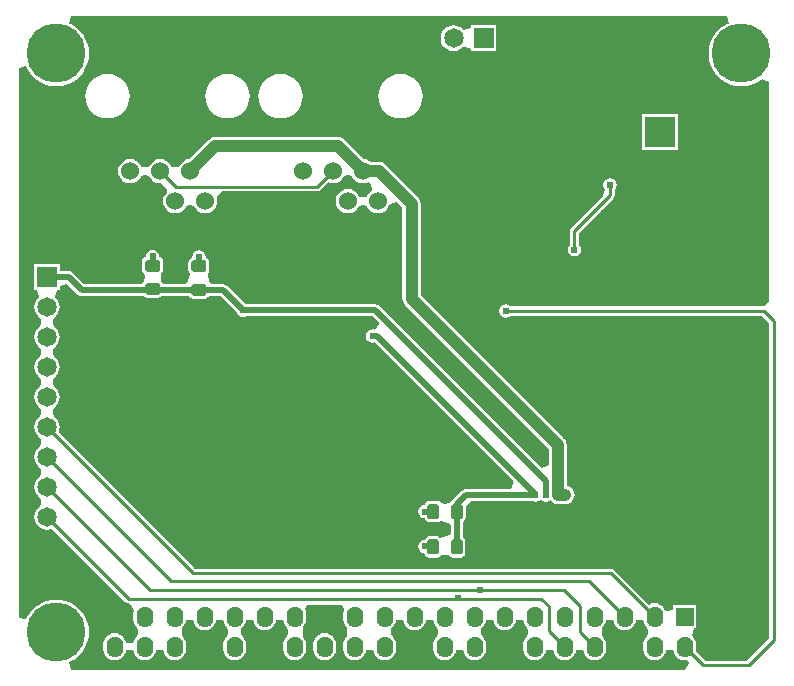
<source format=gbl>
G04*
G04 #@! TF.GenerationSoftware,Altium Limited,Altium Designer,18.0.7 (293)*
G04*
G04 Layer_Physical_Order=2*
G04 Layer_Color=16711680*
%FSLAX25Y25*%
%MOIN*%
G70*
G01*
G75*
%ADD12C,0.01000*%
G04:AMPARAMS|DCode=49|XSize=50mil|YSize=37.4mil|CornerRadius=5.61mil|HoleSize=0mil|Usage=FLASHONLY|Rotation=0.000|XOffset=0mil|YOffset=0mil|HoleType=Round|Shape=RoundedRectangle|*
%AMROUNDEDRECTD49*
21,1,0.05000,0.02618,0,0,0.0*
21,1,0.03878,0.03740,0,0,0.0*
1,1,0.01122,0.01939,-0.01309*
1,1,0.01122,-0.01939,-0.01309*
1,1,0.01122,-0.01939,0.01309*
1,1,0.01122,0.01939,0.01309*
%
%ADD49ROUNDEDRECTD49*%
G04:AMPARAMS|DCode=54|XSize=50mil|YSize=37.4mil|CornerRadius=5.61mil|HoleSize=0mil|Usage=FLASHONLY|Rotation=270.000|XOffset=0mil|YOffset=0mil|HoleType=Round|Shape=RoundedRectangle|*
%AMROUNDEDRECTD54*
21,1,0.05000,0.02618,0,0,270.0*
21,1,0.03878,0.03740,0,0,270.0*
1,1,0.01122,-0.01309,-0.01939*
1,1,0.01122,-0.01309,0.01939*
1,1,0.01122,0.01309,0.01939*
1,1,0.01122,0.01309,-0.01939*
%
%ADD54ROUNDEDRECTD54*%
%ADD69C,0.02000*%
%ADD70C,0.04000*%
%ADD71C,0.19685*%
%ADD72R,0.12205X0.09449*%
%ADD73C,0.06500*%
%ADD74R,0.06500X0.06500*%
%ADD75O,0.05500X0.07000*%
%ADD76R,0.05906X0.05906*%
%ADD77R,0.10000X0.10000*%
%ADD78C,0.06000*%
%ADD79R,0.06500X0.06500*%
%ADD80C,0.02400*%
%ADD81C,0.05000*%
G36*
X339062Y317875D02*
X338409Y317604D01*
X336954Y316712D01*
X335656Y315604D01*
X334547Y314306D01*
X333656Y312851D01*
X333003Y311274D01*
X332604Y309615D01*
X332470Y307913D01*
X332604Y306212D01*
X333003Y304553D01*
X333656Y302976D01*
X334547Y301521D01*
X335656Y300223D01*
X336954Y299114D01*
X338409Y298223D01*
X339986Y297570D01*
X341645Y297171D01*
X343347Y297037D01*
X345048Y297171D01*
X346707Y297570D01*
X348284Y298223D01*
X349739Y299114D01*
X350200Y299508D01*
X352700Y298399D01*
Y225597D01*
X352524Y225280D01*
X350937Y223592D01*
X266461D01*
X266423Y223649D01*
X265695Y224135D01*
X264837Y224306D01*
X263979Y224135D01*
X263251Y223649D01*
X262765Y222921D01*
X262594Y222063D01*
X262765Y221205D01*
X263251Y220477D01*
X263979Y219991D01*
X264837Y219820D01*
X265695Y219991D01*
X266423Y220477D01*
X266461Y220534D01*
X350304D01*
X352671Y218166D01*
Y113033D01*
X345166Y105529D01*
X331234D01*
X328081Y108682D01*
X328182Y109450D01*
Y110950D01*
X328053Y111929D01*
X327676Y112841D01*
X327075Y113625D01*
X326915Y113747D01*
X327670Y116247D01*
X328353D01*
Y124153D01*
X320447D01*
Y122402D01*
X318054Y121929D01*
X317676Y122841D01*
X317074Y123625D01*
X316291Y124226D01*
X315379Y124603D01*
X314400Y124732D01*
X313421Y124603D01*
X312529Y124234D01*
X300981Y135781D01*
X300485Y136113D01*
X299900Y136229D01*
X161233D01*
X115786Y181677D01*
X116041Y182290D01*
X116187Y183400D01*
X116041Y184510D01*
X115612Y185543D01*
X114931Y186431D01*
X114154Y187028D01*
X114043Y187768D01*
Y189032D01*
X114154Y189772D01*
X114931Y190369D01*
X115612Y191257D01*
X116041Y192290D01*
X116187Y193400D01*
X116041Y194509D01*
X115612Y195543D01*
X114931Y196431D01*
X114154Y197028D01*
X114043Y197768D01*
Y199031D01*
X114154Y199773D01*
X114931Y200369D01*
X115612Y201257D01*
X116041Y202291D01*
X116187Y203400D01*
X116041Y204509D01*
X115612Y205543D01*
X114931Y206431D01*
X114154Y207028D01*
X114043Y207769D01*
Y209032D01*
X114154Y209772D01*
X114931Y210369D01*
X115612Y211257D01*
X116041Y212291D01*
X116187Y213400D01*
X116041Y214510D01*
X115612Y215543D01*
X114931Y216431D01*
X114154Y217027D01*
X114043Y217769D01*
Y219032D01*
X114154Y219773D01*
X114931Y220369D01*
X115612Y221257D01*
X116041Y222290D01*
X116187Y223400D01*
X116041Y224510D01*
X115612Y225543D01*
X114931Y226431D01*
X114646Y226650D01*
X115363Y229150D01*
X116150D01*
Y230408D01*
X118650Y230966D01*
X122058Y227558D01*
X122720Y227116D01*
X123500Y226961D01*
X144014D01*
X144035Y226928D01*
X144552Y226583D01*
X145161Y226462D01*
X149039D01*
X149648Y226583D01*
X150164Y226928D01*
X150186Y226961D01*
X159213D01*
X159436Y226628D01*
X159952Y226284D01*
X160561Y226162D01*
X164439D01*
X165048Y226284D01*
X165564Y226628D01*
X165787Y226961D01*
X169755D01*
X175216Y221500D01*
X175228Y221442D01*
X175710Y220720D01*
X175714Y220714D01*
X175714Y220714D01*
X176442Y220228D01*
X177300Y220057D01*
X178158Y220228D01*
X178158Y220228D01*
X178208Y220261D01*
X220455D01*
X222534Y218182D01*
X222469Y217885D01*
X221258Y215772D01*
X221258Y215772D01*
X220408Y215942D01*
X220400Y215943D01*
X220400Y215943D01*
X219549Y215774D01*
X219542Y215772D01*
X219542Y215772D01*
X218814Y215286D01*
X218814Y215286D01*
X218810Y215281D01*
X218328Y214558D01*
X218328Y214558D01*
X218326Y214552D01*
X218158Y213707D01*
X218157Y213700D01*
Y213700D01*
X218157Y213700D01*
X218158Y213692D01*
X218328Y212842D01*
X218814Y212114D01*
X219542Y211628D01*
X219542Y211628D01*
X219549Y211626D01*
X220400Y211457D01*
X221200Y211616D01*
X267667Y165149D01*
X266711Y162839D01*
X251500D01*
X250720Y162684D01*
X250058Y162242D01*
X247101Y159285D01*
X246659Y158624D01*
X246658Y158617D01*
X246619Y158609D01*
X246102Y158264D01*
X245938Y158018D01*
X244600Y157873D01*
X243262Y158018D01*
X243097Y158264D01*
X242581Y158609D01*
X241972Y158731D01*
X239354D01*
X238745Y158609D01*
X238229Y158264D01*
X237883Y157748D01*
X237820Y157427D01*
X237049Y157274D01*
X237042Y157272D01*
X237041Y157272D01*
X236320Y156790D01*
X236314Y156786D01*
X236314Y156786D01*
X235832Y156065D01*
X235828Y156058D01*
X235828Y156058D01*
X235658Y155208D01*
X235657Y155200D01*
X235658Y155194D01*
X235828Y154342D01*
X235828Y154342D01*
X235831Y154336D01*
X236314Y153614D01*
X236314Y153614D01*
X236319Y153610D01*
X237041Y153128D01*
X237042Y153128D01*
X237048Y153126D01*
X237820Y152973D01*
X237883Y152652D01*
X238229Y152136D01*
X238745Y151791D01*
X239354Y151669D01*
X241972D01*
X242581Y151791D01*
X243097Y152136D01*
X245450Y151542D01*
X246398Y150877D01*
Y147668D01*
X245371Y146955D01*
X242998Y146464D01*
X242481Y146809D01*
X241872Y146931D01*
X239254D01*
X238645Y146809D01*
X238128Y146464D01*
X237784Y145948D01*
X237757Y145815D01*
X237049Y145674D01*
X237042Y145672D01*
X237041Y145672D01*
X236320Y145190D01*
X236314Y145186D01*
X236314Y145186D01*
X235832Y144465D01*
X235828Y144458D01*
X235828Y144458D01*
X235657Y143600D01*
X235657Y143600D01*
X235658Y143595D01*
X235828Y142742D01*
X235828Y142742D01*
X235831Y142736D01*
X236314Y142014D01*
X236314Y142014D01*
X236320Y142010D01*
X237042Y141528D01*
X237674Y141402D01*
X237784Y140852D01*
X238128Y140336D01*
X238645Y139991D01*
X239254Y139869D01*
X241872D01*
X242481Y139991D01*
X242998Y140336D01*
X243162Y140582D01*
X244500Y140727D01*
X245838Y140582D01*
X246003Y140336D01*
X246519Y139991D01*
X247128Y139869D01*
X249746D01*
X250355Y139991D01*
X250871Y140336D01*
X251217Y140852D01*
X251338Y141461D01*
Y145339D01*
X251217Y145948D01*
X250871Y146464D01*
X250476Y146729D01*
Y151805D01*
X250972Y152136D01*
X251316Y152652D01*
X251438Y153261D01*
Y157139D01*
X253412Y158761D01*
X273792D01*
X273835Y158732D01*
X273842Y158728D01*
X273842Y158728D01*
X274700Y158557D01*
X275558Y158728D01*
X276450Y159138D01*
X277342Y158728D01*
X278200Y158557D01*
X279058Y158728D01*
X279058Y158728D01*
X279065Y158732D01*
X279687Y159147D01*
X280060Y158660D01*
X280687Y158179D01*
X281417Y157877D01*
X282200Y157774D01*
X284700D01*
X285483Y157877D01*
X286213Y158179D01*
X286840Y158660D01*
X287320Y159287D01*
X287623Y160017D01*
X287726Y160800D01*
X287623Y161583D01*
X287320Y162313D01*
X286840Y162940D01*
X286213Y163420D01*
X285483Y163723D01*
X285126Y163770D01*
Y177400D01*
X285023Y178183D01*
X284720Y178913D01*
X284240Y179540D01*
X236426Y227353D01*
Y257900D01*
X236323Y258683D01*
X236020Y259413D01*
X235540Y260040D01*
X224747Y270832D01*
X224120Y271313D01*
X223390Y271616D01*
X222607Y271719D01*
X219830D01*
X219220Y272187D01*
X218247Y272590D01*
X217485Y272690D01*
X211036Y279140D01*
X210409Y279621D01*
X209679Y279923D01*
X208896Y280026D01*
X167910D01*
X167127Y279923D01*
X166397Y279621D01*
X165771Y279140D01*
X159321Y272690D01*
X158559Y272590D01*
X157586Y272187D01*
X156750Y271546D01*
X156109Y270710D01*
X155899Y270202D01*
X154793Y269988D01*
X154414D01*
X153308Y270202D01*
X153097Y270710D01*
X152456Y271546D01*
X151620Y272187D01*
X150647Y272590D01*
X149603Y272727D01*
X148559Y272590D01*
X147586Y272187D01*
X146750Y271546D01*
X146109Y270710D01*
X145899Y270202D01*
X144793Y269988D01*
X144414D01*
X143308Y270202D01*
X143097Y270710D01*
X142456Y271546D01*
X141620Y272187D01*
X140647Y272590D01*
X139603Y272727D01*
X138559Y272590D01*
X137586Y272187D01*
X136750Y271546D01*
X136109Y270710D01*
X135706Y269737D01*
X135569Y268693D01*
X135706Y267649D01*
X136109Y266676D01*
X136750Y265840D01*
X137586Y265199D01*
X138559Y264796D01*
X139603Y264658D01*
X140647Y264796D01*
X141620Y265199D01*
X142456Y265840D01*
X143097Y266676D01*
X143308Y267184D01*
X144414Y267398D01*
X144793D01*
X145899Y267184D01*
X146109Y266676D01*
X146750Y265840D01*
X147586Y265199D01*
X148559Y264796D01*
X149603Y264658D01*
X151564Y262943D01*
X151758Y262550D01*
X151750Y261546D01*
X151109Y260710D01*
X150706Y259737D01*
X150569Y258693D01*
X150706Y257649D01*
X151109Y256676D01*
X151750Y255840D01*
X152586Y255199D01*
X153559Y254796D01*
X154603Y254658D01*
X155647Y254796D01*
X156620Y255199D01*
X157456Y255840D01*
X158097Y256676D01*
X158308Y257184D01*
X159414Y257398D01*
X159793D01*
X160899Y257184D01*
X161109Y256676D01*
X161750Y255840D01*
X162586Y255199D01*
X163559Y254796D01*
X164603Y254658D01*
X165647Y254796D01*
X166620Y255199D01*
X167456Y255840D01*
X168097Y256676D01*
X168500Y257649D01*
X168638Y258693D01*
X168535Y259471D01*
X168636Y259927D01*
X170066Y261918D01*
X170151Y261971D01*
X202010D01*
X202595Y262087D01*
X203092Y262419D01*
X205671Y264998D01*
X206159Y264796D01*
X207203Y264658D01*
X208247Y264796D01*
X209220Y265199D01*
X210056Y265840D01*
X210697Y266676D01*
X210905Y267177D01*
X210924Y267187D01*
X212014Y267398D01*
X212393D01*
X213499Y267184D01*
X213709Y266676D01*
X214350Y265840D01*
X215186Y265199D01*
X216159Y264796D01*
X217203Y264658D01*
X218247Y264796D01*
X219220Y265199D01*
X220007Y264525D01*
X220219Y262417D01*
X220186Y262187D01*
X219350Y261546D01*
X218709Y260710D01*
X218499Y260202D01*
X217393Y259988D01*
X217014D01*
X215908Y260202D01*
X215697Y260710D01*
X215056Y261546D01*
X214220Y262187D01*
X213247Y262590D01*
X212203Y262727D01*
X211159Y262590D01*
X210186Y262187D01*
X209350Y261546D01*
X208709Y260710D01*
X208306Y259737D01*
X208169Y258693D01*
X208306Y257649D01*
X208709Y256676D01*
X209350Y255840D01*
X210186Y255199D01*
X211159Y254796D01*
X212203Y254658D01*
X213247Y254796D01*
X214220Y255199D01*
X215056Y255840D01*
X215697Y256676D01*
X215908Y257184D01*
X217014Y257398D01*
X217393D01*
X218499Y257184D01*
X218709Y256676D01*
X219350Y255840D01*
X220186Y255199D01*
X221159Y254796D01*
X222203Y254658D01*
X223247Y254796D01*
X224220Y255199D01*
X225056Y255840D01*
X225697Y256676D01*
X226100Y257649D01*
X228709Y258312D01*
X230374Y256647D01*
Y226100D01*
X230477Y225317D01*
X230780Y224587D01*
X231260Y223960D01*
X279074Y176147D01*
Y170676D01*
X276764Y169719D01*
X222742Y223742D01*
X222080Y224184D01*
X221300Y224339D01*
X178208D01*
X178158Y224372D01*
X178100Y224384D01*
X172042Y230442D01*
X171380Y230884D01*
X170600Y231039D01*
X166695D01*
X165974Y232113D01*
X165564Y234503D01*
X165909Y235019D01*
X166031Y235628D01*
Y238246D01*
X165909Y238855D01*
X165564Y239371D01*
X165048Y239717D01*
X164915Y239743D01*
X164743Y240000D01*
X164572Y240858D01*
X164086Y241586D01*
X163358Y242072D01*
X162500Y242243D01*
X161642Y242072D01*
X160914Y241586D01*
X160428Y240858D01*
X160257Y240000D01*
X160085Y239743D01*
X159952Y239717D01*
X159436Y239371D01*
X159091Y238855D01*
X158969Y238246D01*
Y235628D01*
X159091Y235019D01*
X159436Y234503D01*
X159026Y232113D01*
X158305Y231039D01*
X150557D01*
X150509Y231281D01*
X150164Y231797D01*
X149918Y231962D01*
X149773Y233300D01*
X149918Y234637D01*
X150164Y234802D01*
X150509Y235319D01*
X150630Y235928D01*
Y238546D01*
X150509Y239155D01*
X150164Y239671D01*
X149648Y240016D01*
X149514Y240043D01*
X149343Y240300D01*
X149172Y241158D01*
X148686Y241886D01*
X147958Y242372D01*
X147100Y242543D01*
X146241Y242372D01*
X145514Y241886D01*
X145027Y241158D01*
X144857Y240300D01*
X144685Y240043D01*
X144552Y240016D01*
X144035Y239671D01*
X143690Y239155D01*
X143569Y238546D01*
Y235928D01*
X143690Y235319D01*
X144035Y234802D01*
X144282Y234637D01*
X144426Y233300D01*
X144282Y231962D01*
X144035Y231797D01*
X143690Y231281D01*
X143642Y231039D01*
X124345D01*
X120542Y234842D01*
X119880Y235284D01*
X119100Y235439D01*
X116150D01*
Y237650D01*
X107650D01*
Y229150D01*
X108437D01*
X109154Y226650D01*
X108869Y226431D01*
X108188Y225543D01*
X107759Y224510D01*
X107613Y223400D01*
X107759Y222290D01*
X108188Y221257D01*
X108869Y220369D01*
X109646Y219773D01*
X109757Y219032D01*
Y217769D01*
X109646Y217027D01*
X108869Y216431D01*
X108188Y215543D01*
X107759Y214510D01*
X107613Y213400D01*
X107759Y212291D01*
X108188Y211257D01*
X108869Y210369D01*
X109646Y209772D01*
X109757Y209032D01*
Y207769D01*
X109646Y207028D01*
X108869Y206431D01*
X108188Y205543D01*
X107759Y204509D01*
X107613Y203400D01*
X107759Y202291D01*
X108188Y201257D01*
X108869Y200369D01*
X109646Y199773D01*
X109757Y199031D01*
Y197768D01*
X109646Y197028D01*
X108869Y196431D01*
X108188Y195543D01*
X107759Y194509D01*
X107613Y193400D01*
X107759Y192290D01*
X108188Y191257D01*
X108869Y190369D01*
X109646Y189772D01*
X109757Y189032D01*
Y187768D01*
X109646Y187028D01*
X108869Y186431D01*
X108188Y185543D01*
X107759Y184510D01*
X107613Y183400D01*
X107759Y182290D01*
X108188Y181257D01*
X108869Y180369D01*
X109646Y179772D01*
X109757Y179032D01*
Y177769D01*
X109646Y177027D01*
X108869Y176431D01*
X108188Y175543D01*
X107759Y174510D01*
X107613Y173400D01*
X107759Y172291D01*
X108188Y171257D01*
X108869Y170369D01*
X109646Y169773D01*
X109757Y169032D01*
Y167769D01*
X109646Y167027D01*
X108869Y166431D01*
X108188Y165543D01*
X107759Y164509D01*
X107613Y163400D01*
X107759Y162291D01*
X108188Y161257D01*
X108869Y160369D01*
X109646Y159773D01*
X109757Y159031D01*
Y157768D01*
X109646Y157027D01*
X108869Y156431D01*
X108188Y155543D01*
X107759Y154509D01*
X107613Y153400D01*
X107759Y152290D01*
X108188Y151257D01*
X108869Y150369D01*
X109757Y149688D01*
X110791Y149259D01*
X111900Y149113D01*
X113010Y149259D01*
X113623Y149514D01*
X138019Y125119D01*
X138515Y124787D01*
X139100Y124671D01*
X139377D01*
X139980Y124039D01*
X140847Y122171D01*
X140746Y121929D01*
X140618Y120950D01*
Y119450D01*
X140746Y118471D01*
X141124Y117559D01*
X141726Y116776D01*
X141868Y116666D01*
X142081Y115853D01*
Y114547D01*
X141868Y113734D01*
X141726Y113625D01*
X141124Y112841D01*
X140746Y111929D01*
X140661Y111278D01*
X138139D01*
X138054Y111929D01*
X137676Y112841D01*
X137074Y113625D01*
X136291Y114226D01*
X135379Y114603D01*
X134400Y114732D01*
X133421Y114603D01*
X132509Y114226D01*
X131726Y113625D01*
X131124Y112841D01*
X130746Y111929D01*
X130618Y110950D01*
Y109450D01*
X130746Y108471D01*
X131124Y107559D01*
X131726Y106775D01*
X132509Y106174D01*
X133421Y105797D01*
X134400Y105668D01*
X135379Y105797D01*
X136291Y106174D01*
X137074Y106775D01*
X137676Y107559D01*
X138054Y108471D01*
X138139Y109122D01*
X140661D01*
X140746Y108471D01*
X141124Y107559D01*
X141726Y106775D01*
X142509Y106174D01*
X143421Y105797D01*
X144400Y105668D01*
X145379Y105797D01*
X146291Y106174D01*
X147074Y106775D01*
X147676Y107559D01*
X148054Y108471D01*
X148139Y109122D01*
X150661D01*
X150747Y108471D01*
X151124Y107559D01*
X151725Y106775D01*
X152509Y106174D01*
X153421Y105797D01*
X154400Y105668D01*
X155379Y105797D01*
X156291Y106174D01*
X157074Y106775D01*
X157676Y107559D01*
X158054Y108471D01*
X158182Y109450D01*
Y110950D01*
X158054Y111929D01*
X157676Y112841D01*
X157074Y113625D01*
X156932Y113734D01*
X156719Y114547D01*
Y115853D01*
X156932Y116666D01*
X157074Y116776D01*
X157676Y117559D01*
X158054Y118471D01*
X158139Y119122D01*
X160661D01*
X160747Y118471D01*
X161124Y117559D01*
X161725Y116776D01*
X162509Y116174D01*
X163421Y115796D01*
X164400Y115668D01*
X165379Y115796D01*
X166291Y116174D01*
X167075Y116776D01*
X167676Y117559D01*
X168053Y118471D01*
X168139Y119122D01*
X170661D01*
X170747Y118471D01*
X171124Y117559D01*
X171725Y116776D01*
X171868Y116666D01*
X172081Y115853D01*
Y114547D01*
X171868Y113734D01*
X171725Y113625D01*
X171124Y112841D01*
X170747Y111929D01*
X170618Y110950D01*
Y109450D01*
X170747Y108471D01*
X171124Y107559D01*
X171725Y106775D01*
X172509Y106174D01*
X173421Y105797D01*
X174400Y105668D01*
X175379Y105797D01*
X176291Y106174D01*
X177075Y106775D01*
X177676Y107559D01*
X178053Y108471D01*
X178182Y109450D01*
Y110950D01*
X178053Y111929D01*
X177676Y112841D01*
X177075Y113625D01*
X176932Y113734D01*
X176718Y114547D01*
Y115853D01*
X176932Y116666D01*
X177075Y116776D01*
X177676Y117559D01*
X178053Y118471D01*
X178139Y119122D01*
X180661D01*
X180746Y118471D01*
X181124Y117559D01*
X181726Y116776D01*
X182509Y116174D01*
X183421Y115796D01*
X184400Y115668D01*
X185379Y115796D01*
X186291Y116174D01*
X187074Y116776D01*
X187676Y117559D01*
X188054Y118471D01*
X188139Y119122D01*
X190661D01*
X190746Y118471D01*
X191124Y117559D01*
X191726Y116776D01*
X191868Y116666D01*
X192081Y115853D01*
Y114547D01*
X191868Y113734D01*
X191726Y113625D01*
X191124Y112841D01*
X190746Y111929D01*
X190618Y110950D01*
Y109450D01*
X190746Y108471D01*
X191124Y107559D01*
X191726Y106775D01*
X192509Y106174D01*
X193421Y105797D01*
X194400Y105668D01*
X195379Y105797D01*
X196291Y106174D01*
X197074Y106775D01*
X197676Y107559D01*
X198054Y108471D01*
X198139Y109122D01*
D01*
X198182Y109450D01*
Y110950D01*
X198054Y111929D01*
X197676Y112841D01*
X197100Y113591D01*
Y116809D01*
X197676Y117559D01*
X198054Y118471D01*
X198182Y119450D01*
Y120950D01*
X198054Y121929D01*
X197775Y122600D01*
X198108Y123430D01*
X198600Y124100D01*
X210200D01*
X210692Y123430D01*
X211024Y122600D01*
X210747Y121929D01*
X210618Y120950D01*
Y119450D01*
X210747Y118471D01*
X211124Y117559D01*
X211725Y116776D01*
X211900Y116642D01*
Y113758D01*
X211725Y113625D01*
X211124Y112841D01*
X210747Y111929D01*
X210618Y110950D01*
Y109450D01*
X210661Y109122D01*
X210747Y108471D01*
X211124Y107559D01*
X211725Y106775D01*
X212509Y106174D01*
X213421Y105797D01*
X214400Y105668D01*
X215379Y105797D01*
X216291Y106174D01*
X217074Y106775D01*
X217676Y107559D01*
X218054Y108471D01*
X218139Y109122D01*
X220661D01*
X220746Y108471D01*
X221124Y107559D01*
X221726Y106775D01*
X222509Y106174D01*
X223421Y105797D01*
X224400Y105668D01*
X225379Y105797D01*
X226291Y106174D01*
X227075Y106775D01*
X227676Y107559D01*
X228053Y108471D01*
X228182Y109450D01*
Y110950D01*
X228053Y111929D01*
X227676Y112841D01*
X227075Y113625D01*
X226932Y113734D01*
X226718Y114547D01*
Y115853D01*
X226932Y116666D01*
X227075Y116776D01*
X227676Y117559D01*
X228053Y118471D01*
X228139Y119122D01*
X230661D01*
X230747Y118471D01*
X231124Y117559D01*
X231726Y116776D01*
X232509Y116174D01*
X233421Y115796D01*
X234400Y115668D01*
X235379Y115796D01*
X236291Y116174D01*
X237074Y116776D01*
X237676Y117559D01*
X238053Y118471D01*
X238139Y119122D01*
X240661D01*
X240746Y118471D01*
X241124Y117559D01*
X241725Y116776D01*
X241868Y116666D01*
X242081Y115853D01*
Y114547D01*
X241868Y113734D01*
X241725Y113625D01*
X241124Y112841D01*
X240746Y111929D01*
X240618Y110950D01*
Y109450D01*
X240746Y108471D01*
X241124Y107559D01*
X241725Y106775D01*
X242509Y106174D01*
X243421Y105797D01*
X244400Y105668D01*
X245379Y105797D01*
X246291Y106174D01*
X247075Y106775D01*
X247676Y107559D01*
X248054Y108471D01*
X248139Y109122D01*
X250661D01*
X250746Y108471D01*
X251124Y107559D01*
X251726Y106775D01*
X252509Y106174D01*
X253421Y105797D01*
X254400Y105668D01*
X255379Y105797D01*
X256291Y106174D01*
X257074Y106775D01*
X257676Y107559D01*
X258053Y108471D01*
X258182Y109450D01*
Y110950D01*
X258053Y111929D01*
X257676Y112841D01*
X257074Y113625D01*
X256932Y113734D01*
X256718Y114547D01*
Y115853D01*
X256932Y116666D01*
X257074Y116776D01*
X257676Y117559D01*
X258053Y118471D01*
X258139Y119122D01*
X260661D01*
X260747Y118471D01*
X261124Y117559D01*
X261725Y116776D01*
X262509Y116174D01*
X263421Y115796D01*
X264400Y115668D01*
X265379Y115796D01*
X266291Y116174D01*
X267074Y116776D01*
X267676Y117559D01*
X268054Y118471D01*
X268139Y119122D01*
X270661D01*
X270746Y118471D01*
X271124Y117559D01*
X271726Y116776D01*
X271868Y116666D01*
X272081Y115853D01*
Y114547D01*
X271868Y113734D01*
X271726Y113625D01*
X271124Y112841D01*
X270746Y111929D01*
X270618Y110950D01*
Y109450D01*
X270746Y108471D01*
X271124Y107559D01*
X271726Y106775D01*
X272509Y106174D01*
X273421Y105797D01*
X274400Y105668D01*
X275379Y105797D01*
X276291Y106174D01*
X277075Y106775D01*
X277676Y107559D01*
X278053Y108471D01*
X278139Y109122D01*
X280661D01*
X280747Y108471D01*
X281124Y107559D01*
X281726Y106775D01*
X282509Y106174D01*
X283421Y105797D01*
X284400Y105668D01*
X285379Y105797D01*
X286291Y106174D01*
X287074Y106775D01*
X287676Y107559D01*
X288053Y108471D01*
X288139Y109122D01*
X290661D01*
X290746Y108471D01*
X291124Y107559D01*
X291725Y106775D01*
X292509Y106174D01*
X293421Y105797D01*
X294400Y105668D01*
X295379Y105797D01*
X296291Y106174D01*
X297075Y106775D01*
X297676Y107559D01*
X298054Y108471D01*
X298182Y109450D01*
Y110950D01*
X298054Y111929D01*
X297676Y112841D01*
X297075Y113625D01*
X296932Y113734D01*
X296719Y114547D01*
Y115853D01*
X296932Y116666D01*
X297075Y116776D01*
X297676Y117559D01*
X298054Y118471D01*
X298139Y119122D01*
X300661D01*
X300746Y118471D01*
X301124Y117559D01*
X301726Y116776D01*
X302509Y116174D01*
X303421Y115796D01*
X304400Y115668D01*
X305379Y115796D01*
X306291Y116174D01*
X307074Y116776D01*
X307676Y117559D01*
X308053Y118471D01*
X308139Y119122D01*
X310661D01*
X310747Y118471D01*
X311124Y117559D01*
X311725Y116776D01*
X311868Y116666D01*
X312082Y115853D01*
Y114547D01*
X311868Y113734D01*
X311725Y113625D01*
X311124Y112841D01*
X310747Y111929D01*
X310618Y110950D01*
Y109450D01*
X310747Y108471D01*
X311124Y107559D01*
X311725Y106775D01*
X312509Y106174D01*
X313421Y105797D01*
X314400Y105668D01*
X315379Y105797D01*
X316291Y106174D01*
X317074Y106775D01*
X317676Y107559D01*
X318054Y108471D01*
X318139Y109122D01*
X320661D01*
X320746Y108471D01*
X321124Y107559D01*
X321726Y106775D01*
X322509Y106174D01*
X323421Y105797D01*
X324400Y105668D01*
X325005Y105747D01*
X325874Y105025D01*
X325881Y104704D01*
X324637Y102525D01*
X119749D01*
X119252Y105025D01*
X119938Y105309D01*
X121393Y106201D01*
X122690Y107309D01*
X123799Y108607D01*
X124691Y110062D01*
X125344Y111639D01*
X125742Y113299D01*
X125876Y115000D01*
X125742Y116701D01*
X125344Y118361D01*
X124691Y119938D01*
X123799Y121393D01*
X122690Y122690D01*
X121393Y123799D01*
X119938Y124691D01*
X118361Y125344D01*
X116701Y125742D01*
X115000Y125876D01*
X113299Y125742D01*
X111639Y125344D01*
X110062Y124691D01*
X108607Y123799D01*
X107309Y122690D01*
X106201Y121393D01*
X105309Y119938D01*
X105025Y119252D01*
X102525Y119749D01*
Y303164D01*
X105025Y303661D01*
X105309Y302976D01*
X106201Y301521D01*
X107309Y300223D01*
X108607Y299114D01*
X110062Y298223D01*
X111639Y297570D01*
X113299Y297171D01*
X115000Y297037D01*
X116701Y297171D01*
X118361Y297570D01*
X119938Y298223D01*
X121393Y299114D01*
X122690Y300223D01*
X123799Y301521D01*
X124691Y302976D01*
X125344Y304553D01*
X125742Y306212D01*
X125876Y307913D01*
X125742Y309615D01*
X125344Y311274D01*
X124691Y312851D01*
X123799Y314306D01*
X122690Y315604D01*
X121393Y316712D01*
X119938Y317604D01*
X119284Y317875D01*
X119782Y320374D01*
X338565D01*
X339062Y317875D01*
D02*
G37*
%LPC*%
G36*
X247400Y317287D02*
X246290Y317141D01*
X245257Y316712D01*
X244369Y316031D01*
X243688Y315143D01*
X243259Y314109D01*
X243113Y313000D01*
X243259Y311891D01*
X243688Y310857D01*
X244369Y309969D01*
X245257Y309288D01*
X246290Y308859D01*
X247400Y308713D01*
X248510Y308859D01*
X249543Y309288D01*
X250431Y309969D01*
X250650Y310254D01*
X253150Y309537D01*
Y308750D01*
X261650D01*
Y317250D01*
X253150D01*
Y316463D01*
X250650Y315746D01*
X250431Y316031D01*
X249543Y316712D01*
X248510Y317141D01*
X247400Y317287D01*
D02*
G37*
G36*
X229683Y301126D02*
X228233Y300984D01*
X226839Y300560D01*
X225554Y299874D01*
X224427Y298949D01*
X223503Y297823D01*
X222816Y296538D01*
X222393Y295143D01*
X222250Y293693D01*
X222393Y292243D01*
X222816Y290848D01*
X223503Y289563D01*
X224427Y288437D01*
X225554Y287512D01*
X226839Y286825D01*
X228233Y286402D01*
X229683Y286260D01*
X231134Y286402D01*
X232528Y286825D01*
X233813Y287512D01*
X234940Y288437D01*
X235864Y289563D01*
X236551Y290848D01*
X236974Y292243D01*
X237117Y293693D01*
X236974Y295143D01*
X236551Y296538D01*
X235864Y297823D01*
X234940Y298949D01*
X233813Y299874D01*
X232528Y300560D01*
X231134Y300984D01*
X229683Y301126D01*
D02*
G37*
G36*
X189683D02*
X188233Y300984D01*
X186839Y300560D01*
X185554Y299874D01*
X184427Y298949D01*
X183503Y297823D01*
X182816Y296538D01*
X182393Y295143D01*
X182250Y293693D01*
X182393Y292243D01*
X182816Y290848D01*
X183503Y289563D01*
X184427Y288437D01*
X185554Y287512D01*
X186839Y286825D01*
X188233Y286402D01*
X189683Y286260D01*
X191134Y286402D01*
X192528Y286825D01*
X193813Y287512D01*
X194940Y288437D01*
X195864Y289563D01*
X196551Y290848D01*
X196974Y292243D01*
X197117Y293693D01*
X196974Y295143D01*
X196551Y296538D01*
X195864Y297823D01*
X194940Y298949D01*
X193813Y299874D01*
X192528Y300560D01*
X191134Y300984D01*
X189683Y301126D01*
D02*
G37*
G36*
X172083D02*
X170633Y300984D01*
X169239Y300560D01*
X167954Y299874D01*
X166827Y298949D01*
X165903Y297823D01*
X165216Y296538D01*
X164793Y295143D01*
X164650Y293693D01*
X164793Y292243D01*
X165216Y290848D01*
X165903Y289563D01*
X166827Y288437D01*
X167954Y287512D01*
X169239Y286825D01*
X170633Y286402D01*
X172083Y286260D01*
X173534Y286402D01*
X174928Y286825D01*
X176213Y287512D01*
X177340Y288437D01*
X178264Y289563D01*
X178951Y290848D01*
X179374Y292243D01*
X179517Y293693D01*
X179374Y295143D01*
X178951Y296538D01*
X178264Y297823D01*
X177340Y298949D01*
X176213Y299874D01*
X174928Y300560D01*
X173534Y300984D01*
X172083Y301126D01*
D02*
G37*
G36*
X132083D02*
X130633Y300984D01*
X129239Y300560D01*
X127954Y299874D01*
X126827Y298949D01*
X125903Y297823D01*
X125216Y296538D01*
X124793Y295143D01*
X124650Y293693D01*
X124793Y292243D01*
X125216Y290848D01*
X125903Y289563D01*
X126827Y288437D01*
X127954Y287512D01*
X129239Y286825D01*
X130633Y286402D01*
X132083Y286260D01*
X133534Y286402D01*
X134928Y286825D01*
X136213Y287512D01*
X137340Y288437D01*
X138264Y289563D01*
X138951Y290848D01*
X139374Y292243D01*
X139517Y293693D01*
X139374Y295143D01*
X138951Y296538D01*
X138264Y297823D01*
X137340Y298949D01*
X136213Y299874D01*
X134928Y300560D01*
X133534Y300984D01*
X132083Y301126D01*
D02*
G37*
G36*
X322200Y287843D02*
X310200D01*
Y275843D01*
X322200D01*
Y287843D01*
D02*
G37*
G36*
X299600Y266343D02*
X298742Y266172D01*
X298014Y265686D01*
X297528Y264958D01*
X297357Y264100D01*
X297528Y263242D01*
X298014Y262514D01*
X297143Y260306D01*
X286619Y249781D01*
X286287Y249285D01*
X286171Y248700D01*
Y244124D01*
X286114Y244086D01*
X285628Y243358D01*
X285457Y242500D01*
X285628Y241642D01*
X286114Y240914D01*
X286842Y240428D01*
X287700Y240257D01*
X288558Y240428D01*
X289286Y240914D01*
X289772Y241642D01*
X289943Y242500D01*
X289772Y243358D01*
X289286Y244086D01*
X289229Y244124D01*
Y248066D01*
X300681Y259519D01*
X301013Y260015D01*
X301129Y260600D01*
Y262476D01*
X301186Y262514D01*
X301672Y263242D01*
X301843Y264100D01*
X301672Y264958D01*
X301186Y265686D01*
X300458Y266172D01*
X299600Y266343D01*
D02*
G37*
G36*
X204400Y114732D02*
X203421Y114603D01*
X202509Y114226D01*
X201726Y113625D01*
X201124Y112841D01*
X200746Y111929D01*
X200618Y110950D01*
Y109450D01*
X200661Y109122D01*
X200746Y108471D01*
X201124Y107559D01*
X201726Y106775D01*
X202509Y106174D01*
X203421Y105797D01*
X204400Y105668D01*
X205379Y105797D01*
X206291Y106174D01*
X207074Y106775D01*
X207676Y107559D01*
X208053Y108471D01*
X208139Y109122D01*
Y109122D01*
D01*
X208182Y109450D01*
Y110950D01*
X208053Y111929D01*
X207676Y112841D01*
X207074Y113625D01*
X206291Y114226D01*
X205379Y114603D01*
X204400Y114732D01*
D02*
G37*
%LPD*%
D12*
X354200Y112400D02*
Y218800D01*
X345800Y104000D02*
X354200Y112400D01*
X330600Y104000D02*
X345800D01*
X267200Y129200D02*
X284200D01*
X146100D02*
X267200D01*
X139100Y126200D02*
X276600D01*
X350937Y222063D02*
X354200Y218800D01*
X264837Y222063D02*
X350937D01*
X279100Y115500D02*
X284400Y110200D01*
X289500Y115100D02*
Y123900D01*
Y115100D02*
X294400Y110200D01*
X279100Y115500D02*
Y123700D01*
X111900Y183400D02*
X160600Y134700D01*
X299900D01*
X314400Y120200D01*
X111900Y173400D02*
X153300Y132000D01*
X292600D01*
X304400Y120200D01*
X111900Y153400D02*
X139100Y126200D01*
X276600D02*
X279100Y123700D01*
X111900Y163400D02*
X146100Y129200D01*
X284200D02*
X289500Y123900D01*
X324400Y110200D02*
X330600Y104000D01*
X202010Y263500D02*
X207203Y268693D01*
X149603D02*
X154796Y263500D01*
X202010D01*
X287700Y242500D02*
Y248700D01*
X299600Y260600D01*
Y264100D01*
D49*
X147100Y229363D02*
D03*
Y237237D02*
D03*
X162500Y229063D02*
D03*
Y236937D02*
D03*
D54*
X248537Y155200D02*
D03*
X240663D02*
D03*
X248437Y143400D02*
D03*
X240563D02*
D03*
D69*
X248543Y155200D02*
Y157843D01*
X251500Y160800D01*
X274700D01*
X220400Y213700D02*
X222000D01*
X274700Y161000D01*
X278200Y160800D02*
Y165400D01*
X221300Y222300D02*
X278200Y165400D01*
X177300Y222300D02*
X221300D01*
X147100Y237237D02*
Y240300D01*
X162500Y236937D02*
Y240000D01*
X111900Y233400D02*
X119100D01*
X237900Y143600D02*
X240363D01*
X240563Y143400D01*
X237900Y155200D02*
X240663D01*
X119100Y233400D02*
X123500Y229000D01*
X248437Y155100D02*
X248537Y155200D01*
X248437Y143400D02*
Y143500D01*
Y155100D01*
X248237Y143300D02*
X248437Y143500D01*
X248537Y143600D01*
X123500Y229000D02*
X170600D01*
X177300Y222300D01*
D70*
X282200Y160800D02*
X284700D01*
X233400Y226100D02*
X282100Y177400D01*
Y161400D02*
Y177400D01*
X208896Y277000D02*
X217203Y268693D01*
X222607D01*
X233400Y257900D01*
Y226100D02*
Y257900D01*
X159603Y268693D02*
X167910Y277000D01*
X208896D01*
D71*
X115000Y115000D02*
D03*
X343347Y307913D02*
D03*
X115000D02*
D03*
D72*
X275700Y253500D02*
D03*
D73*
X111900Y143400D02*
D03*
Y153400D02*
D03*
Y203400D02*
D03*
Y213400D02*
D03*
Y193400D02*
D03*
Y183400D02*
D03*
Y223400D02*
D03*
Y173400D02*
D03*
Y163400D02*
D03*
X247400Y313000D02*
D03*
D74*
X111900Y233400D02*
D03*
D75*
X324400Y110200D02*
D03*
X314400D02*
D03*
X304400D02*
D03*
X294400D02*
D03*
X284400D02*
D03*
X274400D02*
D03*
X264400D02*
D03*
X254400D02*
D03*
X244400D02*
D03*
X234400D02*
D03*
X224400D02*
D03*
X214400D02*
D03*
X204400D02*
D03*
X194400D02*
D03*
X184400D02*
D03*
X174400D02*
D03*
X144400D02*
D03*
X134400D02*
D03*
X164400D02*
D03*
X154400D02*
D03*
Y120200D02*
D03*
X164400D02*
D03*
X134400D02*
D03*
X144400D02*
D03*
X174400D02*
D03*
X184400D02*
D03*
X194400D02*
D03*
X204400D02*
D03*
X214400D02*
D03*
X224400D02*
D03*
X234400D02*
D03*
X244400D02*
D03*
X254400D02*
D03*
X264400D02*
D03*
X274400D02*
D03*
X284400D02*
D03*
X294400D02*
D03*
X304400D02*
D03*
X314400D02*
D03*
D76*
X324400D02*
D03*
D77*
X316200Y262043D02*
D03*
Y281843D02*
D03*
D78*
X139603Y268693D02*
D03*
X144603Y258693D02*
D03*
X149603Y268693D02*
D03*
X154603Y258693D02*
D03*
X159603Y268693D02*
D03*
X164603Y258693D02*
D03*
X197203Y268693D02*
D03*
X202203Y258693D02*
D03*
X207203Y268693D02*
D03*
X212203Y258693D02*
D03*
X217203Y268693D02*
D03*
X222203Y258693D02*
D03*
D79*
X257400Y313000D02*
D03*
D80*
X332600Y270000D02*
D03*
X332500Y266900D02*
D03*
Y264000D02*
D03*
Y261100D02*
D03*
X332400Y258300D02*
D03*
X335600D02*
D03*
X335700Y261100D02*
D03*
Y264000D02*
D03*
Y266900D02*
D03*
X335800Y270000D02*
D03*
X329600Y270100D02*
D03*
X329500Y267000D02*
D03*
Y264100D02*
D03*
Y261200D02*
D03*
X329400Y258400D02*
D03*
X326200D02*
D03*
X326300Y261200D02*
D03*
Y264100D02*
D03*
Y267000D02*
D03*
X326400Y270100D02*
D03*
X332700Y284900D02*
D03*
X332600Y281800D02*
D03*
Y278900D02*
D03*
Y276000D02*
D03*
X332500Y273200D02*
D03*
X335700D02*
D03*
X335800Y276000D02*
D03*
Y278900D02*
D03*
Y281800D02*
D03*
X335900Y284900D02*
D03*
X329700Y285000D02*
D03*
X329600Y281900D02*
D03*
Y279000D02*
D03*
Y276100D02*
D03*
X329500Y273300D02*
D03*
X326300D02*
D03*
X326400Y276100D02*
D03*
Y279000D02*
D03*
Y281900D02*
D03*
X326500Y285000D02*
D03*
X198700Y187300D02*
D03*
X198600Y184200D02*
D03*
Y181300D02*
D03*
Y178400D02*
D03*
X198500Y175600D02*
D03*
X201700D02*
D03*
X201800Y178400D02*
D03*
Y181300D02*
D03*
Y184200D02*
D03*
X201900Y187300D02*
D03*
X195700Y187400D02*
D03*
X195600Y184300D02*
D03*
Y181400D02*
D03*
Y178500D02*
D03*
X195500Y175700D02*
D03*
X192300D02*
D03*
X192400Y178500D02*
D03*
Y181400D02*
D03*
Y184300D02*
D03*
X192500Y187400D02*
D03*
X198800Y202300D02*
D03*
X198700Y199200D02*
D03*
Y196300D02*
D03*
Y193400D02*
D03*
X198600Y190600D02*
D03*
X201800D02*
D03*
X201900Y193400D02*
D03*
Y196300D02*
D03*
Y199200D02*
D03*
X202000Y202300D02*
D03*
X195800Y202400D02*
D03*
X195700Y199300D02*
D03*
Y196400D02*
D03*
Y193500D02*
D03*
X195600Y190700D02*
D03*
X192400D02*
D03*
X192500Y193500D02*
D03*
Y196400D02*
D03*
Y199300D02*
D03*
X192600Y202400D02*
D03*
X266200Y151100D02*
D03*
X266100Y148000D02*
D03*
Y145100D02*
D03*
Y142200D02*
D03*
X266000Y139400D02*
D03*
X269200D02*
D03*
X269300Y142200D02*
D03*
Y145100D02*
D03*
Y148000D02*
D03*
X269400Y151100D02*
D03*
X263200Y151200D02*
D03*
X263100Y148100D02*
D03*
Y145200D02*
D03*
Y142300D02*
D03*
X263000Y139500D02*
D03*
X259800D02*
D03*
X259900Y142300D02*
D03*
Y145200D02*
D03*
Y148100D02*
D03*
X260000Y151200D02*
D03*
X170800Y162500D02*
D03*
X170700Y159400D02*
D03*
Y156500D02*
D03*
Y153600D02*
D03*
X170600Y150800D02*
D03*
X173800D02*
D03*
X173900Y153600D02*
D03*
Y156500D02*
D03*
Y159400D02*
D03*
X174000Y162500D02*
D03*
X167800Y162600D02*
D03*
X167700Y159500D02*
D03*
Y156600D02*
D03*
Y153700D02*
D03*
X167600Y150900D02*
D03*
X164400D02*
D03*
X164500Y153700D02*
D03*
Y156600D02*
D03*
Y159500D02*
D03*
X164600Y162600D02*
D03*
X249800Y236200D02*
D03*
X249700Y233100D02*
D03*
Y230200D02*
D03*
Y227300D02*
D03*
X249600Y224500D02*
D03*
X252800D02*
D03*
X252900Y227300D02*
D03*
Y230200D02*
D03*
Y233100D02*
D03*
X253000Y236200D02*
D03*
X246800Y236300D02*
D03*
X246700Y233200D02*
D03*
Y230300D02*
D03*
Y227400D02*
D03*
X246600Y224600D02*
D03*
X243400D02*
D03*
X243500Y227400D02*
D03*
Y230300D02*
D03*
Y233200D02*
D03*
X243600Y236300D02*
D03*
X242200Y179400D02*
D03*
X242100Y176300D02*
D03*
Y173400D02*
D03*
Y170500D02*
D03*
X242000Y167700D02*
D03*
X245200D02*
D03*
X245300Y170500D02*
D03*
Y173400D02*
D03*
Y176300D02*
D03*
X245400Y179400D02*
D03*
X239200Y179500D02*
D03*
X239100Y176400D02*
D03*
Y173500D02*
D03*
Y170600D02*
D03*
X239000Y167800D02*
D03*
X235800D02*
D03*
X235900Y170600D02*
D03*
Y173500D02*
D03*
Y176400D02*
D03*
X236000Y179500D02*
D03*
X182800Y317200D02*
D03*
X182700Y314100D02*
D03*
Y311200D02*
D03*
Y308300D02*
D03*
X182600Y305500D02*
D03*
X185800D02*
D03*
X185900Y308300D02*
D03*
Y311200D02*
D03*
Y314100D02*
D03*
X186000Y317200D02*
D03*
X179800Y317300D02*
D03*
X179700Y314200D02*
D03*
Y311300D02*
D03*
Y308400D02*
D03*
X179600Y305600D02*
D03*
X176400D02*
D03*
X176500Y308400D02*
D03*
Y311300D02*
D03*
Y314200D02*
D03*
X176600Y317300D02*
D03*
X232700Y317200D02*
D03*
X232600Y314100D02*
D03*
Y311200D02*
D03*
Y308300D02*
D03*
X232500Y305500D02*
D03*
X235700D02*
D03*
X235800Y308300D02*
D03*
Y311200D02*
D03*
Y314100D02*
D03*
X235900Y317200D02*
D03*
X229700Y317300D02*
D03*
X229600Y314200D02*
D03*
Y311300D02*
D03*
Y308400D02*
D03*
X229500Y305600D02*
D03*
X226300D02*
D03*
X226400Y308400D02*
D03*
Y311300D02*
D03*
Y314200D02*
D03*
X226500Y317300D02*
D03*
X137800Y316000D02*
D03*
X137700Y312900D02*
D03*
Y310000D02*
D03*
Y307100D02*
D03*
X137600Y304300D02*
D03*
X140800D02*
D03*
X140900Y307100D02*
D03*
Y310000D02*
D03*
Y312900D02*
D03*
X141000Y316000D02*
D03*
X134800Y316100D02*
D03*
X134700Y313000D02*
D03*
Y310100D02*
D03*
Y307200D02*
D03*
X134600Y304400D02*
D03*
X131400D02*
D03*
X131500Y307200D02*
D03*
Y310100D02*
D03*
Y313000D02*
D03*
X131600Y316100D02*
D03*
X113600Y275100D02*
D03*
X113500Y272000D02*
D03*
Y269100D02*
D03*
Y266200D02*
D03*
X113400Y263400D02*
D03*
X116600D02*
D03*
X116700Y266200D02*
D03*
Y269100D02*
D03*
Y272000D02*
D03*
X116800Y275100D02*
D03*
X110600Y275200D02*
D03*
X110500Y272100D02*
D03*
Y269200D02*
D03*
Y266300D02*
D03*
X110400Y263500D02*
D03*
X107200D02*
D03*
X107300Y266300D02*
D03*
Y269200D02*
D03*
Y272100D02*
D03*
X107400Y275200D02*
D03*
X107700Y290200D02*
D03*
X107600Y287100D02*
D03*
Y284200D02*
D03*
Y281300D02*
D03*
X107500Y278500D02*
D03*
X110700D02*
D03*
X110800Y281300D02*
D03*
Y284200D02*
D03*
Y287100D02*
D03*
X110900Y290200D02*
D03*
X210500Y249400D02*
D03*
X207000Y249500D02*
D03*
X203900Y249400D02*
D03*
X200800Y249500D02*
D03*
X197700D02*
D03*
X220400Y213700D02*
D03*
X248800Y126300D02*
D03*
X282200Y160800D02*
D03*
X273900Y206800D02*
D03*
X274000Y202600D02*
D03*
X274300Y210300D02*
D03*
X274000Y196000D02*
D03*
X195400Y155200D02*
D03*
X195300Y151400D02*
D03*
X117100Y290100D02*
D03*
X117000Y287000D02*
D03*
Y284100D02*
D03*
Y281200D02*
D03*
X116900Y278400D02*
D03*
X113700D02*
D03*
X113800Y281200D02*
D03*
Y284100D02*
D03*
Y287000D02*
D03*
X113900Y290100D02*
D03*
X274700Y160800D02*
D03*
X278200D02*
D03*
X284700D02*
D03*
X147100Y240300D02*
D03*
X162500Y240000D02*
D03*
X237900Y143600D02*
D03*
Y155200D02*
D03*
X293700Y142800D02*
D03*
X298700D02*
D03*
X304700D02*
D03*
X309700D02*
D03*
X195000Y147700D02*
D03*
X287700Y242500D02*
D03*
X264837Y222063D02*
D03*
X299600Y264100D02*
D03*
X177300Y222300D02*
D03*
X287200Y258100D02*
D03*
X289800D02*
D03*
X287200Y255400D02*
D03*
X292400Y258100D02*
D03*
X284600D02*
D03*
Y255400D02*
D03*
X289800D02*
D03*
X297700Y249400D02*
D03*
Y252000D02*
D03*
Y254600D02*
D03*
X263800Y252200D02*
D03*
Y249600D02*
D03*
X261300Y252200D02*
D03*
Y249700D02*
D03*
X258800Y252200D02*
D03*
Y249700D02*
D03*
X287200Y252700D02*
D03*
X284600D02*
D03*
X309700Y147300D02*
D03*
X304700D02*
D03*
X298700D02*
D03*
X293700D02*
D03*
X256100Y129200D02*
D03*
D81*
X273200Y253500D02*
D03*
X278200D02*
D03*
M02*

</source>
